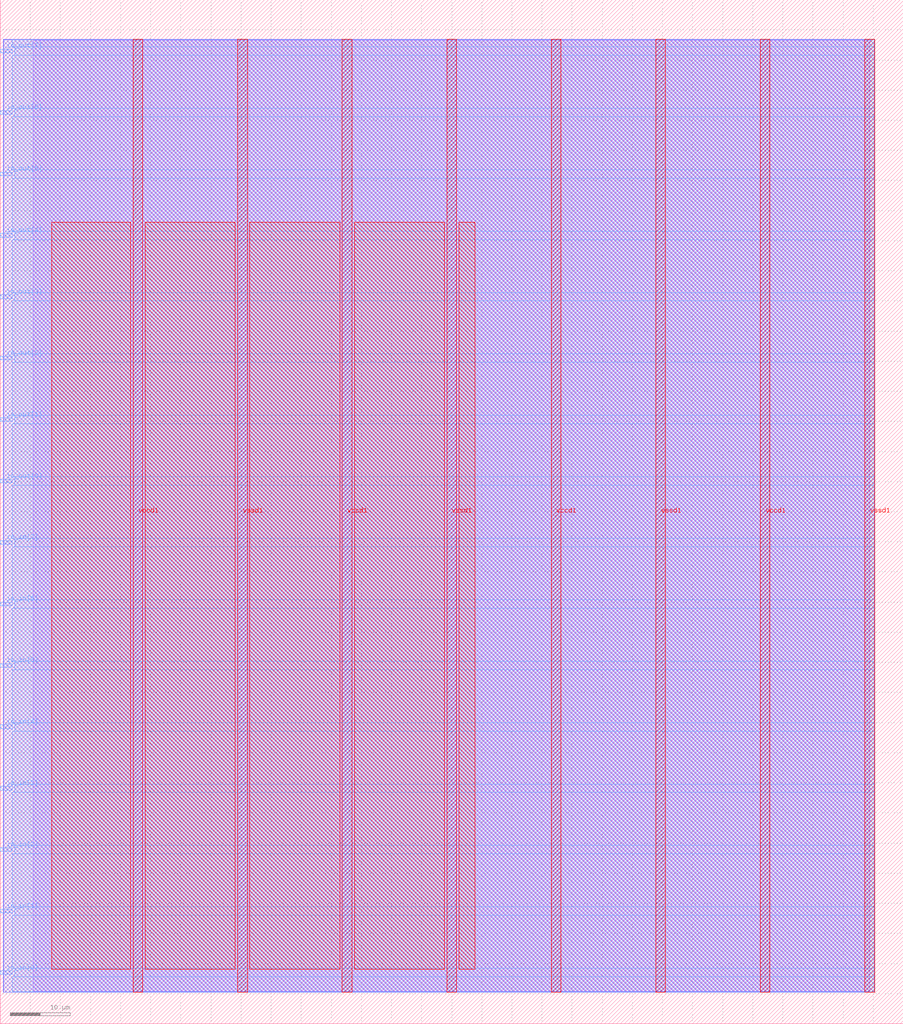
<source format=lef>
VERSION 5.7 ;
  NOWIREEXTENSIONATPIN ON ;
  DIVIDERCHAR "/" ;
  BUSBITCHARS "[]" ;
MACRO jar_sram_top
  CLASS BLOCK ;
  FOREIGN jar_sram_top ;
  ORIGIN 0.000 0.000 ;
  SIZE 150.000 BY 170.000 ;
  PIN io_in[0]
    DIRECTION INPUT ;
    USE SIGNAL ;
    PORT
      LAYER met3 ;
        RECT 0.000 8.200 2.000 8.800 ;
    END
  END io_in[0]
  PIN io_in[1]
    DIRECTION INPUT ;
    USE SIGNAL ;
    PORT
      LAYER met3 ;
        RECT 0.000 18.400 2.000 19.000 ;
    END
  END io_in[1]
  PIN io_in[2]
    DIRECTION INPUT ;
    USE SIGNAL ;
    PORT
      LAYER met3 ;
        RECT 0.000 28.600 2.000 29.200 ;
    END
  END io_in[2]
  PIN io_in[3]
    DIRECTION INPUT ;
    USE SIGNAL ;
    PORT
      LAYER met3 ;
        RECT 0.000 38.800 2.000 39.400 ;
    END
  END io_in[3]
  PIN io_in[4]
    DIRECTION INPUT ;
    USE SIGNAL ;
    PORT
      LAYER met3 ;
        RECT 0.000 49.000 2.000 49.600 ;
    END
  END io_in[4]
  PIN io_in[5]
    DIRECTION INPUT ;
    USE SIGNAL ;
    PORT
      LAYER met3 ;
        RECT 0.000 59.200 2.000 59.800 ;
    END
  END io_in[5]
  PIN io_in[6]
    DIRECTION INPUT ;
    USE SIGNAL ;
    PORT
      LAYER met3 ;
        RECT 0.000 69.400 2.000 70.000 ;
    END
  END io_in[6]
  PIN io_in[7]
    DIRECTION INPUT ;
    USE SIGNAL ;
    PORT
      LAYER met3 ;
        RECT 0.000 79.600 2.000 80.200 ;
    END
  END io_in[7]
  PIN io_out[0]
    DIRECTION OUTPUT TRISTATE ;
    USE SIGNAL ;
    PORT
      LAYER met3 ;
        RECT 0.000 89.800 2.000 90.400 ;
    END
  END io_out[0]
  PIN io_out[1]
    DIRECTION OUTPUT TRISTATE ;
    USE SIGNAL ;
    PORT
      LAYER met3 ;
        RECT 0.000 100.000 2.000 100.600 ;
    END
  END io_out[1]
  PIN io_out[2]
    DIRECTION OUTPUT TRISTATE ;
    USE SIGNAL ;
    PORT
      LAYER met3 ;
        RECT 0.000 110.200 2.000 110.800 ;
    END
  END io_out[2]
  PIN io_out[3]
    DIRECTION OUTPUT TRISTATE ;
    USE SIGNAL ;
    PORT
      LAYER met3 ;
        RECT 0.000 120.400 2.000 121.000 ;
    END
  END io_out[3]
  PIN io_out[4]
    DIRECTION OUTPUT TRISTATE ;
    USE SIGNAL ;
    PORT
      LAYER met3 ;
        RECT 0.000 130.600 2.000 131.200 ;
    END
  END io_out[4]
  PIN io_out[5]
    DIRECTION OUTPUT TRISTATE ;
    USE SIGNAL ;
    PORT
      LAYER met3 ;
        RECT 0.000 140.800 2.000 141.400 ;
    END
  END io_out[5]
  PIN io_out[6]
    DIRECTION OUTPUT TRISTATE ;
    USE SIGNAL ;
    PORT
      LAYER met3 ;
        RECT 0.000 151.000 2.000 151.600 ;
    END
  END io_out[6]
  PIN io_out[7]
    DIRECTION OUTPUT TRISTATE ;
    USE SIGNAL ;
    PORT
      LAYER met3 ;
        RECT 0.000 161.200 2.000 161.800 ;
    END
  END io_out[7]
  PIN vccd1
    DIRECTION INOUT ;
    USE POWER ;
    PORT
      LAYER met4 ;
        RECT 22.085 5.200 23.685 163.440 ;
    END
    PORT
      LAYER met4 ;
        RECT 56.815 5.200 58.415 163.440 ;
    END
    PORT
      LAYER met4 ;
        RECT 91.545 5.200 93.145 163.440 ;
    END
    PORT
      LAYER met4 ;
        RECT 126.275 5.200 127.875 163.440 ;
    END
  END vccd1
  PIN vssd1
    DIRECTION INOUT ;
    USE GROUND ;
    PORT
      LAYER met4 ;
        RECT 39.450 5.200 41.050 163.440 ;
    END
    PORT
      LAYER met4 ;
        RECT 74.180 5.200 75.780 163.440 ;
    END
    PORT
      LAYER met4 ;
        RECT 108.910 5.200 110.510 163.440 ;
    END
    PORT
      LAYER met4 ;
        RECT 143.640 5.200 145.240 163.440 ;
    END
  END vssd1
  OBS
      LAYER li1 ;
        RECT 5.520 5.355 144.440 163.285 ;
      LAYER met1 ;
        RECT 0.530 5.200 145.240 163.440 ;
      LAYER met2 ;
        RECT 0.560 5.255 145.210 163.385 ;
      LAYER met3 ;
        RECT 2.000 162.200 145.230 163.365 ;
        RECT 2.400 160.800 145.230 162.200 ;
        RECT 2.000 152.000 145.230 160.800 ;
        RECT 2.400 150.600 145.230 152.000 ;
        RECT 2.000 141.800 145.230 150.600 ;
        RECT 2.400 140.400 145.230 141.800 ;
        RECT 2.000 131.600 145.230 140.400 ;
        RECT 2.400 130.200 145.230 131.600 ;
        RECT 2.000 121.400 145.230 130.200 ;
        RECT 2.400 120.000 145.230 121.400 ;
        RECT 2.000 111.200 145.230 120.000 ;
        RECT 2.400 109.800 145.230 111.200 ;
        RECT 2.000 101.000 145.230 109.800 ;
        RECT 2.400 99.600 145.230 101.000 ;
        RECT 2.000 90.800 145.230 99.600 ;
        RECT 2.400 89.400 145.230 90.800 ;
        RECT 2.000 80.600 145.230 89.400 ;
        RECT 2.400 79.200 145.230 80.600 ;
        RECT 2.000 70.400 145.230 79.200 ;
        RECT 2.400 69.000 145.230 70.400 ;
        RECT 2.000 60.200 145.230 69.000 ;
        RECT 2.400 58.800 145.230 60.200 ;
        RECT 2.000 50.000 145.230 58.800 ;
        RECT 2.400 48.600 145.230 50.000 ;
        RECT 2.000 39.800 145.230 48.600 ;
        RECT 2.400 38.400 145.230 39.800 ;
        RECT 2.000 29.600 145.230 38.400 ;
        RECT 2.400 28.200 145.230 29.600 ;
        RECT 2.000 19.400 145.230 28.200 ;
        RECT 2.400 18.000 145.230 19.400 ;
        RECT 2.000 9.200 145.230 18.000 ;
        RECT 2.400 7.800 145.230 9.200 ;
        RECT 2.000 5.275 145.230 7.800 ;
      LAYER met4 ;
        RECT 8.575 9.015 21.685 133.105 ;
        RECT 24.085 9.015 39.050 133.105 ;
        RECT 41.450 9.015 56.415 133.105 ;
        RECT 58.815 9.015 73.780 133.105 ;
        RECT 76.180 9.015 78.825 133.105 ;
  END
END jar_sram_top
END LIBRARY


</source>
